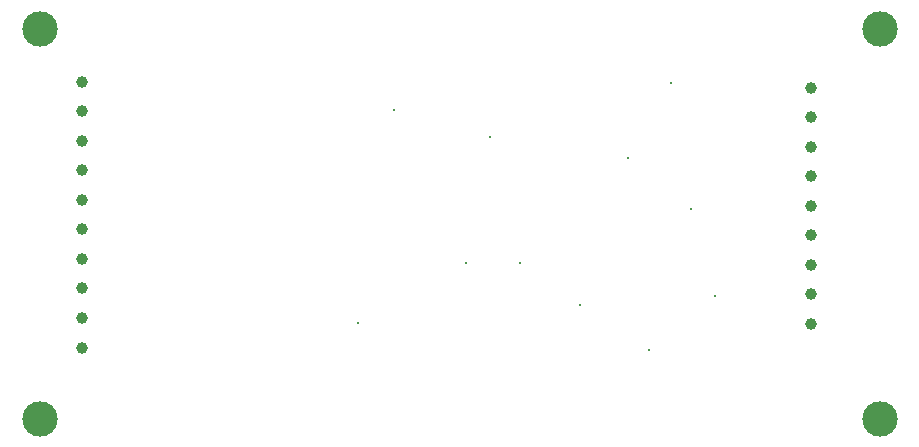
<source format=gbr>
G04 Generated by Ultiboard 14.2 *
%FSLAX24Y24*%
%MOIN*%

%ADD10C,0.0001*%
%ADD11C,0.0394*%
%ADD12C,0.0100*%
%ADD13C,0.1181*%


G04 ColorRGB 000000 for the following layer *
%LNDrill-Copper Top-Copper Bottom*%
%LPD*%
G54D11*
X2407Y4355D03*
X2407Y5339D03*
X2407Y6324D03*
X2407Y7308D03*
X2407Y8292D03*
X2407Y9276D03*
X2407Y10261D03*
X2407Y11245D03*
X2407Y12229D03*
X2407Y3371D03*
X26725Y11053D03*
X26725Y10069D03*
X26725Y9084D03*
X26725Y8100D03*
X26725Y7116D03*
X26725Y6131D03*
X26725Y5147D03*
X26725Y4163D03*
X26725Y12037D03*
G54D12*
X20600Y9700D03*
X23500Y5100D03*
X11600Y4200D03*
X22700Y8000D03*
X17000Y6200D03*
X16000Y10400D03*
X15200Y6200D03*
X22058Y12185D03*
X21300Y3300D03*
X19000Y4800D03*
X12800Y11300D03*
G54D13*
X29000Y14000D03*
X29000Y1000D03*
X1000Y1000D03*
X1000Y14000D03*

M02*

</source>
